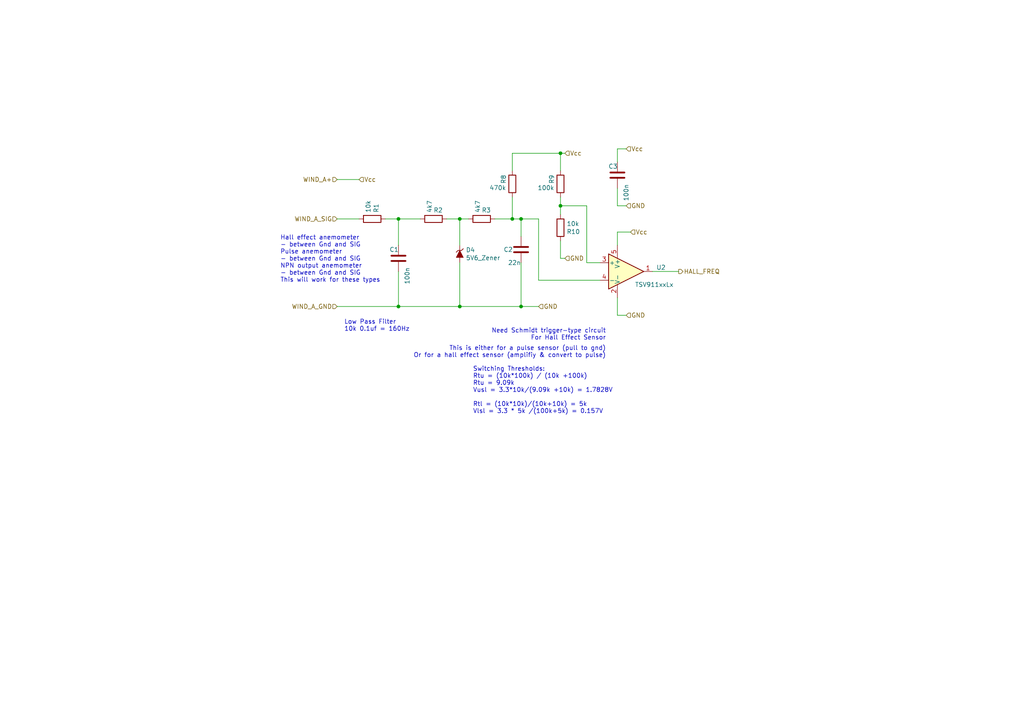
<source format=kicad_sch>
(kicad_sch (version 20231120) (generator "eeschema") (generator_version "8.0")
  (paper "A4")
  (lib_symbols
    (symbol "Amplifier_Operational:TSV911xxLx" (pin_names (offset 0.127))
      (property "Reference" "U" (at -1.27 6.35 0))
      (property "Value" "Amplifier_Operational_TSV911xxLx" (at -1.27 3.81 0))
      (symbol "TSV911xxLx_0_1"
        (polyline (pts (xy -5.08 5.08) (xy 5.08 0) (xy -5.08 -5.08) (xy -5.08 5.08)) (stroke (width 0.254)) (fill (type background)))
        (pin power_in line (at -2.54 -7.62 90) (length 3.81) (name "V-") (number "2"))
        (pin power_in line (at -2.54 7.62 270) (length 3.81) (name "V+") (number "5"))
      )
      (symbol "TSV911xxLx_1_1"
        (pin output line (at 7.62 0 180) (length 2.54) (name "~") (number "1"))
        (pin input line (at -7.62 2.54 0) (length 2.54) (name "+") (number "3"))
        (pin input line (at -7.62 -2.54 0) (length 2.54) (name "-") (number "4"))
      )
    )
    (symbol "Device:R" (pin_numbers hide) (pin_names (offset 0))
      (property "Reference" "R" (at 2.032 0 90))
      (property "Value" "R" (at 0 0 90))
      (symbol "R_0_1"
        (rectangle (start -1.016 -2.54) (end 1.016 2.54) (stroke (width 0.254)))
      )
      (symbol "R_1_1"
        (pin passive line (at 0 3.81 270) (length 1.27) (name "~") (number "1"))
        (pin passive line (at 0 -3.81 90) (length 1.27) (name "~") (number "2"))
      )
    )
    (symbol "device:C" (pin_numbers hide) (pin_names (offset 0.254))
      (property "Reference" "C" (at 0.635 2.54 0))
      (property "Value" "device_C" (at 0.635 -2.54 0))
      (symbol "C_0_1"
        (polyline (pts (xy -2.032 -0.762) (xy 2.032 -0.762)) (stroke (width 0.508)))
        (polyline (pts (xy -2.032 0.762) (xy 2.032 0.762)) (stroke (width 0.508)))
      )
      (symbol "C_1_1"
        (pin passive line (at 0 3.81 270) (length 2.794) (name "~") (number "1"))
        (pin passive line (at 0 -3.81 90) (length 2.794) (name "~") (number "2"))
      )
    )
    (symbol "matts_components:ZENERsmall" (pin_numbers hide) (pin_names (offset 1.016) hide)
      (property "Reference" "D" (at 0 2.54 0))
      (property "Value" "matts_components_ZENERsmall" (at 0 -2.54 0))
      (symbol "ZENERsmall_0_1"
        (polyline (pts (xy -1.524 1.016) (xy -1.016 0.508) (xy -1.016 -0.508) (xy -0.508 -1.016)) (stroke (width 0.2032)))
        (polyline (pts (xy 1.016 1.016) (xy -1.016 0) (xy 1.016 -1.016) (xy 1.016 1.016)) (fill (type outline)))
      )
      (symbol "ZENERsmall_1_1"
        (pin passive line (at 2.54 0 180) (length 1.524) (name "A") (number "1"))
        (pin passive line (at -2.54 0 0) (length 1.524) (name "K") (number "2"))
      )
    )
  )
  (junction (at 162.56 44.45))
  (junction (at 133.35 88.9))
  (junction (at 115.57 63.5))
  (junction (at 162.56 59.69))
  (junction (at 151.13 88.9))
  (junction (at 133.35 63.5))
  (junction (at 148.59 63.5))
  (junction (at 115.57 88.9))
  (junction (at 151.13 63.5))
  (wire (pts (xy 133.35 63.5) (xy 135.89 63.5)))
  (wire (pts (xy 156.21 88.9) (xy 151.13 88.9)))
  (wire (pts (xy 148.59 57.15) (xy 148.59 63.5)))
  (wire (pts (xy 151.13 63.5) (xy 156.21 63.5)))
  (wire (pts (xy 179.07 67.31) (xy 179.07 71.12)))
  (wire (pts (xy 179.07 54.61) (xy 179.07 59.69)))
  (wire (pts (xy 162.56 59.69) (xy 162.56 62.23)))
  (wire (pts (xy 151.13 76.2) (xy 151.13 88.9)))
  (wire (pts (xy 156.21 63.5) (xy 156.21 81.28)))
  (wire (pts (xy 148.59 63.5) (xy 151.13 63.5)))
  (wire (pts (xy 156.21 81.28) (xy 173.99 81.28)))
  (wire (pts (xy 133.35 88.9) (xy 151.13 88.9)))
  (wire (pts (xy 162.56 59.69) (xy 170.18 59.69)))
  (wire (pts (xy 111.76 63.5) (xy 115.57 63.5)))
  (wire (pts (xy 115.57 88.9) (xy 133.35 88.9)))
  (wire (pts (xy 143.51 63.5) (xy 148.59 63.5)))
  (wire (pts (xy 133.35 63.5) (xy 133.35 71.12)))
  (wire (pts (xy 179.07 86.36) (xy 179.07 91.44)))
  (wire (pts (xy 179.07 91.44) (xy 181.61 91.44)))
  (wire (pts (xy 115.57 63.5) (xy 121.92 63.5)))
  (wire (pts (xy 181.61 59.69) (xy 179.07 59.69)))
  (wire (pts (xy 97.79 52.07) (xy 104.14 52.07)))
  (wire (pts (xy 97.79 88.9) (xy 115.57 88.9)))
  (wire (pts (xy 162.56 69.85) (xy 162.56 74.93)))
  (wire (pts (xy 133.35 76.2) (xy 133.35 88.9)))
  (wire (pts (xy 179.07 43.18) (xy 181.61 43.18)))
  (wire (pts (xy 151.13 68.58) (xy 151.13 63.5)))
  (wire (pts (xy 148.59 44.45) (xy 148.59 49.53)))
  (wire (pts (xy 179.07 46.99) (xy 179.07 43.18)))
  (wire (pts (xy 189.23 78.74) (xy 196.85 78.74)))
  (wire (pts (xy 162.56 44.45) (xy 148.59 44.45)))
  (wire (pts (xy 182.88 67.31) (xy 179.07 67.31)))
  (wire (pts (xy 115.57 63.5) (xy 115.57 71.12)))
  (wire (pts (xy 129.54 63.5) (xy 133.35 63.5)))
  (wire (pts (xy 163.83 44.45) (xy 162.56 44.45)))
  (wire (pts (xy 170.18 76.2) (xy 170.18 59.69)))
  (wire (pts (xy 173.99 76.2) (xy 170.18 76.2)))
  (wire (pts (xy 162.56 74.93) (xy 163.83 74.93)))
  (wire (pts (xy 97.79 63.5) (xy 104.14 63.5)))
  (wire (pts (xy 162.56 44.45) (xy 162.56 49.53)))
  (wire (pts (xy 162.56 57.15) (xy 162.56 59.69)))
  (wire (pts (xy 115.57 78.74) (xy 115.57 88.9)))
  (text "Switching Thresholds:\nRtu = (10k*100k) / (10k +100k)\nRtu = 9.09k\nVusl = 3.3*10k/(9.09k +10k) = 1.7828V\n\nRtl = (10k*10k)/(10k+10k) = 5k\nVlsl = 3.3 * 5k /(100k+5k) = 0.157V\n\n" (at 137.16 122.174 0) (effects (font (size 1.27 1.27)) (justify left bottom)))
  (text "Need Schmidt trigger-type circuit\nFor Hall Effect Sensor\n" (at 175.768 98.806 0) (effects (font (size 1.27 1.27)) (justify right bottom)))
  (text "Hall effect anemometer \n- between Gnd and SIG\nPulse anemometer\n- between Gnd and SIG\nNPN output anemometer\n- between Gnd and SIG\nThis will work for these types" (at 81.28 82.042 0) (effects (font (size 1.27 1.27)) (justify left bottom)))
  (text "This is either for a pulse sensor (pull to gnd)\nOr for a hall effect sensor (amplifiy & convert to pulse)\n" (at 175.768 103.886 0) (effects (font (size 1.27 1.27)) (justify right bottom)))
  (text "Low Pass Filter\n10k 0.1uf = 160Hz" (at 99.822 96.266 0) (effects (font (size 1.27 1.27)) (justify left bottom)))
  (hierarchical_label "HALL_FREQ" (shape output) (at 196.85 78.74 0))
  (hierarchical_label "GND" (shape input) (at 181.61 91.44 0))
  (hierarchical_label "GND" (shape input) (at 181.61 59.69 0))
  (hierarchical_label "Vcc" (shape input) (at 181.61 43.18 0))
  (hierarchical_label "GND" (shape input) (at 163.83 74.93 0))
  (hierarchical_label "WIND_A+" (shape input) (at 97.79 52.07 180))
  (hierarchical_label "WIND_A_SIG" (shape input) (at 97.79 63.5 180))
  (hierarchical_label "Vcc" (shape input) (at 182.88 67.31 0))
  (hierarchical_label "Vcc" (shape input) (at 163.83 44.45 0))
  (hierarchical_label "GND" (shape input) (at 156.21 88.9 0))
  (hierarchical_label "WIND_A_GND" (shape input) (at 97.79 88.9 180))
  (hierarchical_label "Vcc" (shape input) (at 104.14 52.07 0))
  (symbol (lib_id "Device:R") (at 139.7 63.5 270) (mirror x) (unit 1)
    (property "Reference" "R3" (at 139.7 60.96 90) (effects (justify left)))
    (property "Value" "4k7" (at 138.557 61.722 0) (effects (justify left)))
    (property "Footprint" "REInnovationFootprint:SM0805" (effects (hide yes)))
    (property "LCSC" " C17673" (effects (hide yes)))
    (property "JLCPCB Add" "Y" (effects (hide yes)))
    (property "JLCPCB Cost" "0.0033" (effects (hide yes)))
  )
  (symbol (lib_id "Device:R") (at 162.56 53.34 0) (mirror y) (unit 1)
    (property "Reference" "R9" (at 160.02 53.34 90) (effects (justify left)))
    (property "Value" "100k" (at 160.782 54.483 0) (effects (justify left)))
    (property "Footprint" "REInnovationFootprint:SM0805" (effects (hide yes)))
    (property "Manufacturer Part" " 0805W8F1003T5E" (effects (hide yes)))
    (property "Supplier 1 Cost" "0.01" (effects (hide yes)))
    (property "LCSC" " C149504" (effects (hide yes)))
    (property "JLCPCB Add" "Y" (effects (hide yes)))
    (property "JLCPCB Cost" "0.0034" (effects (hide yes)))
  )
  (symbol (lib_id "Device:R") (at 162.56 66.04 0) (mirror x) (unit 1)
    (property "Reference" "R10" (at 164.338 67.2084 0) (effects (justify left)))
    (property "Value" "10k" (at 164.338 64.897 0) (effects (justify left)))
    (property "Footprint" "REInnovationFootprint:SM0805" (effects (hide yes)))
    (property "Supplier 1" "Farnell" (effects (hide yes)))
    (property "Supplier 1 Code" "2073607" (effects (hide yes)))
    (property "Supplier 1 Web" "https://uk.farnell.com/multicomp/mcmr08x1002ftl/res-10k-1-0-125w-0805-ceramic/dp/2073607?st=0805%20resistor%2010k" (effects (hide yes)))
    (property "Supplier 1 Cost" "0.02" (effects (hide yes)))
    (property "Manufacturer Part" "MCMR08X1002FTL" (effects (hide yes)))
    (property "LCSC" "C17414" (effects (hide yes)))
    (property "JLCPCB Add" "Y" (effects (hide yes)))
    (property "JLCPCB Cost" "0.0029" (effects (hide yes)))
  )
  (symbol (lib_id "Device:R") (at 148.59 53.34 0) (mirror y) (unit 1)
    (property "Reference" "R8" (at 146.05 53.34 90) (effects (justify left)))
    (property "Value" "470k" (at 146.812 54.483 0) (effects (justify left)))
    (property "Footprint" "REInnovationFootprint:SM0805" (effects (hide yes)))
    (property "Supplier 1 Cost" "0.01" (effects (hide yes)))
    (property "LCSC" "C17709" (effects (hide yes)))
    (property "JLCPCB Add" "Y" (effects (hide yes)))
  )
  (symbol (lib_id "Device:R") (at 125.73 63.5 270) (mirror x) (unit 1)
    (property "Reference" "R2" (at 125.73 60.96 90) (effects (justify left)))
    (property "Value" "4k7" (at 124.587 61.722 0) (effects (justify left)))
    (property "Footprint" "REInnovationFootprint:SM0805" (effects (hide yes)))
    (property "LCSC" " C17673" (effects (hide yes)))
    (property "JLCPCB Add" "Y" (effects (hide yes)))
    (property "JLCPCB Cost" "0.0033" (effects (hide yes)))
  )
  (symbol (lib_id "Amplifier_Operational:TSV911xxLx") (at 181.61 78.74 0) (unit 1)
    (property "Reference" "U2" (at 190.3476 77.5716 0) (effects (justify left)))
    (property "Value" "TSV911xxLx" (at 184.15 82.55 0) (effects (justify left)))
    (property "Footprint" "REInnovationFootprint:SM_SOT-23-5" (effects (hide yes)))
    (property "Datasheet" "www.st.com/resource/en/datasheet/tsv911.pdf" (effects (hide yes)))
    (property "LCSC" "C361052" (effects (hide yes)))
    (property "JLCPCB Add" "Y" (effects (hide yes)))
    (property "JLCPCB Cost" "0.4576" (effects (hide yes)))
  )
  (symbol (lib_id "matts_components:ZENERsmall") (at 133.35 73.66 270) (unit 1)
    (property "Reference" "D4" (at 135.1026 72.4916 90) (effects (justify left)))
    (property "Value" "5V6_Zener" (at 135.1026 74.803 90) (effects (justify left)))
    (property "Footprint" "REInnovationFootprint:SOT23_ZENER" (effects (hide yes)))
    (property "LCSC" " C213355" (effects (hide yes)))
    (property "JLCPCB Add" "Y" (effects (hide yes)))
  )
  (symbol (lib_id "device:C") (at 151.13 72.39 0) (unit 1)
    (property "Reference" "C2" (at 146.05 72.39 0) (effects (justify left)))
    (property "Value" "22n" (at 147.32 76.2 0) (effects (justify left)))
    (property "Footprint" "REInnovationFootprint:SM_C_0805" (effects (hide yes)))
    (property "LCSC" "C1729" (effects (hide yes)))
    (property "JLCPCB Add" "Y" (effects (hide yes)))
  )
  (symbol (lib_id "device:C") (at 179.07 50.8 180) (unit 1)
    (property "Reference" "C3" (at 177.8 48.26 0))
    (property "Value" "100n" (at 181.61 55.88 90))
    (property "Footprint" "REInnovationFootprint:SM_C_0805" (effects (hide yes)))
    (property "LCSC" "C49678" (effects (hide yes)))
    (property "JLCPCB Add" "Y" (effects (hide yes)))
  )
  (symbol (lib_id "device:C") (at 115.57 74.93 180) (unit 1)
    (property "Reference" "C1" (at 114.3 72.39 0))
    (property "Value" "100n" (at 118.11 80.01 90))
    (property "Footprint" "REInnovationFootprint:SM_C_0805" (effects (hide yes)))
    (property "LCSC" "C49678" (effects (hide yes)))
    (property "JLCPCB Add" "Y" (effects (hide yes)))
  )
  (symbol (lib_id "Device:R") (at 107.95 63.5 270) (mirror x) (unit 1)
    (property "Reference" "R1" (at 109.1184 61.722 0) (effects (justify left)))
    (property "Value" "10k" (at 106.807 61.722 0) (effects (justify left)))
    (property "Footprint" "REInnovationFootprint:SM0805" (effects (hide yes)))
    (property "Supplier 1" "Farnell" (effects (hide yes)))
    (property "Supplier 1 Code" "2073607" (effects (hide yes)))
    (property "Supplier 1 Web" "https://uk.farnell.com/multicomp/mcmr08x1002ftl/res-10k-1-0-125w-0805-ceramic/dp/2073607?st=0805%20resistor%2010k" (effects (hide yes)))
    (property "Supplier 1 Cost" "0.02" (effects (hide yes)))
    (property "Manufacturer Part" "MCMR08X1002FTL" (effects (hide yes)))
    (property "LCSC" "C17414" (effects (hide yes)))
    (property "JLCPCB Add" "Y" (effects (hide yes)))
    (property "JLCPCB Cost" "0.0029" (effects (hide yes)))
  )
)
</source>
